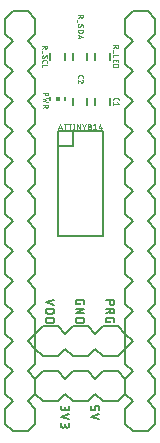
<source format=gbr>
G04 EAGLE Gerber RS-274X export*
G75*
%MOMM*%
%FSLAX34Y34*%
%LPD*%
%INSilkscreen Top*%
%IPPOS*%
%AMOC8*
5,1,8,0,0,1.08239X$1,22.5*%
G01*
%ADD10C,0.127000*%
%ADD11C,0.050800*%
%ADD12C,0.203200*%
%ADD13C,0.152400*%
%ADD14C,0.076200*%
%ADD15R,0.150000X0.300000*%
%ADD16R,0.300000X0.300000*%


D10*
X72771Y21590D02*
X72771Y19304D01*
X72773Y19227D01*
X72779Y19150D01*
X72789Y19073D01*
X72802Y18997D01*
X72820Y18922D01*
X72841Y18848D01*
X72866Y18775D01*
X72895Y18703D01*
X72927Y18633D01*
X72962Y18564D01*
X73002Y18498D01*
X73044Y18433D01*
X73090Y18371D01*
X73139Y18311D01*
X73190Y18254D01*
X73245Y18199D01*
X73302Y18148D01*
X73362Y18099D01*
X73424Y18053D01*
X73489Y18011D01*
X73555Y17971D01*
X73624Y17936D01*
X73694Y17904D01*
X73766Y17875D01*
X73839Y17850D01*
X73913Y17829D01*
X73988Y17811D01*
X74064Y17798D01*
X74141Y17788D01*
X74218Y17782D01*
X74295Y17780D01*
X75057Y17780D01*
X75134Y17782D01*
X75211Y17788D01*
X75288Y17798D01*
X75364Y17811D01*
X75439Y17829D01*
X75513Y17850D01*
X75586Y17875D01*
X75658Y17904D01*
X75728Y17936D01*
X75797Y17971D01*
X75863Y18011D01*
X75928Y18053D01*
X75990Y18099D01*
X76050Y18148D01*
X76107Y18199D01*
X76162Y18254D01*
X76213Y18311D01*
X76262Y18371D01*
X76308Y18433D01*
X76350Y18498D01*
X76390Y18564D01*
X76425Y18633D01*
X76457Y18703D01*
X76486Y18775D01*
X76511Y18848D01*
X76532Y18922D01*
X76550Y18997D01*
X76563Y19073D01*
X76573Y19150D01*
X76579Y19227D01*
X76581Y19304D01*
X76581Y21590D01*
X79629Y21590D01*
X79629Y17780D01*
X79629Y14656D02*
X72771Y12370D01*
X79629Y10084D01*
X47371Y19685D02*
X47371Y21590D01*
X47371Y19685D02*
X47373Y19600D01*
X47379Y19514D01*
X47388Y19429D01*
X47402Y19345D01*
X47419Y19261D01*
X47440Y19178D01*
X47464Y19096D01*
X47492Y19016D01*
X47524Y18936D01*
X47560Y18858D01*
X47598Y18782D01*
X47641Y18708D01*
X47686Y18636D01*
X47735Y18565D01*
X47787Y18497D01*
X47841Y18432D01*
X47899Y18369D01*
X47960Y18308D01*
X48023Y18250D01*
X48088Y18196D01*
X48156Y18144D01*
X48227Y18095D01*
X48299Y18050D01*
X48373Y18007D01*
X48449Y17969D01*
X48527Y17933D01*
X48607Y17901D01*
X48687Y17873D01*
X48769Y17849D01*
X48852Y17828D01*
X48936Y17811D01*
X49020Y17797D01*
X49105Y17788D01*
X49191Y17782D01*
X49276Y17780D01*
X49361Y17782D01*
X49447Y17788D01*
X49532Y17797D01*
X49616Y17811D01*
X49700Y17828D01*
X49783Y17849D01*
X49865Y17873D01*
X49945Y17901D01*
X50025Y17933D01*
X50103Y17969D01*
X50179Y18007D01*
X50253Y18050D01*
X50325Y18095D01*
X50396Y18144D01*
X50464Y18196D01*
X50529Y18250D01*
X50592Y18308D01*
X50653Y18369D01*
X50711Y18432D01*
X50765Y18497D01*
X50817Y18565D01*
X50866Y18636D01*
X50911Y18708D01*
X50954Y18782D01*
X50992Y18858D01*
X51028Y18936D01*
X51060Y19016D01*
X51088Y19096D01*
X51112Y19178D01*
X51133Y19261D01*
X51150Y19345D01*
X51164Y19429D01*
X51173Y19514D01*
X51179Y19600D01*
X51181Y19685D01*
X54229Y19304D02*
X54229Y21590D01*
X54229Y19304D02*
X54227Y19227D01*
X54221Y19150D01*
X54211Y19073D01*
X54198Y18997D01*
X54180Y18922D01*
X54159Y18848D01*
X54134Y18775D01*
X54105Y18703D01*
X54073Y18633D01*
X54038Y18564D01*
X53998Y18498D01*
X53956Y18433D01*
X53910Y18371D01*
X53861Y18311D01*
X53810Y18254D01*
X53755Y18199D01*
X53698Y18148D01*
X53638Y18099D01*
X53576Y18053D01*
X53511Y18011D01*
X53445Y17971D01*
X53376Y17936D01*
X53306Y17904D01*
X53234Y17875D01*
X53161Y17850D01*
X53087Y17829D01*
X53012Y17811D01*
X52936Y17798D01*
X52859Y17788D01*
X52782Y17782D01*
X52705Y17780D01*
X52628Y17782D01*
X52551Y17788D01*
X52474Y17798D01*
X52398Y17811D01*
X52323Y17829D01*
X52249Y17850D01*
X52176Y17875D01*
X52104Y17904D01*
X52034Y17936D01*
X51965Y17971D01*
X51899Y18011D01*
X51834Y18053D01*
X51772Y18099D01*
X51712Y18148D01*
X51655Y18199D01*
X51600Y18254D01*
X51549Y18311D01*
X51500Y18371D01*
X51454Y18433D01*
X51412Y18498D01*
X51372Y18564D01*
X51337Y18633D01*
X51305Y18703D01*
X51276Y18775D01*
X51251Y18848D01*
X51230Y18922D01*
X51212Y18997D01*
X51199Y19073D01*
X51189Y19150D01*
X51183Y19227D01*
X51181Y19304D01*
X51181Y20828D01*
X54229Y14656D02*
X47371Y12370D01*
X54229Y10084D01*
X47371Y6960D02*
X47371Y5055D01*
X47373Y4970D01*
X47379Y4884D01*
X47388Y4799D01*
X47402Y4715D01*
X47419Y4631D01*
X47440Y4548D01*
X47464Y4466D01*
X47492Y4386D01*
X47524Y4306D01*
X47560Y4228D01*
X47598Y4152D01*
X47641Y4078D01*
X47686Y4006D01*
X47735Y3935D01*
X47787Y3867D01*
X47841Y3802D01*
X47899Y3739D01*
X47960Y3678D01*
X48023Y3620D01*
X48088Y3566D01*
X48156Y3514D01*
X48227Y3465D01*
X48299Y3420D01*
X48373Y3377D01*
X48449Y3339D01*
X48527Y3303D01*
X48607Y3271D01*
X48687Y3243D01*
X48769Y3219D01*
X48852Y3198D01*
X48936Y3181D01*
X49020Y3167D01*
X49105Y3158D01*
X49191Y3152D01*
X49276Y3150D01*
X49361Y3152D01*
X49447Y3158D01*
X49532Y3167D01*
X49616Y3181D01*
X49700Y3198D01*
X49783Y3219D01*
X49865Y3243D01*
X49945Y3271D01*
X50025Y3303D01*
X50103Y3339D01*
X50179Y3377D01*
X50253Y3420D01*
X50325Y3465D01*
X50396Y3514D01*
X50464Y3566D01*
X50529Y3620D01*
X50592Y3678D01*
X50653Y3739D01*
X50711Y3802D01*
X50765Y3867D01*
X50817Y3935D01*
X50866Y4006D01*
X50911Y4078D01*
X50954Y4152D01*
X50992Y4228D01*
X51028Y4306D01*
X51060Y4386D01*
X51088Y4466D01*
X51112Y4548D01*
X51133Y4631D01*
X51150Y4715D01*
X51164Y4799D01*
X51173Y4884D01*
X51179Y4970D01*
X51181Y5055D01*
X54229Y4674D02*
X54229Y6960D01*
X54229Y4674D02*
X54227Y4597D01*
X54221Y4520D01*
X54211Y4443D01*
X54198Y4367D01*
X54180Y4292D01*
X54159Y4218D01*
X54134Y4145D01*
X54105Y4073D01*
X54073Y4003D01*
X54038Y3934D01*
X53998Y3868D01*
X53956Y3803D01*
X53910Y3741D01*
X53861Y3681D01*
X53810Y3624D01*
X53755Y3569D01*
X53698Y3518D01*
X53638Y3469D01*
X53576Y3423D01*
X53511Y3381D01*
X53445Y3341D01*
X53376Y3306D01*
X53306Y3274D01*
X53234Y3245D01*
X53161Y3220D01*
X53087Y3199D01*
X53012Y3181D01*
X52936Y3168D01*
X52859Y3158D01*
X52782Y3152D01*
X52705Y3150D01*
X52628Y3152D01*
X52551Y3158D01*
X52474Y3168D01*
X52398Y3181D01*
X52323Y3199D01*
X52249Y3220D01*
X52176Y3245D01*
X52104Y3274D01*
X52034Y3306D01*
X51965Y3341D01*
X51899Y3381D01*
X51834Y3423D01*
X51772Y3469D01*
X51712Y3518D01*
X51655Y3569D01*
X51600Y3624D01*
X51549Y3681D01*
X51500Y3741D01*
X51454Y3803D01*
X51412Y3868D01*
X51372Y3934D01*
X51337Y4003D01*
X51305Y4073D01*
X51276Y4145D01*
X51251Y4218D01*
X51230Y4292D01*
X51212Y4367D01*
X51199Y4443D01*
X51189Y4520D01*
X51183Y4597D01*
X51181Y4674D01*
X51181Y6198D01*
X63881Y107498D02*
X63881Y108641D01*
X63881Y107498D02*
X60071Y107498D01*
X60071Y109784D01*
X60073Y109861D01*
X60079Y109938D01*
X60089Y110015D01*
X60102Y110091D01*
X60120Y110166D01*
X60141Y110240D01*
X60166Y110313D01*
X60195Y110385D01*
X60227Y110455D01*
X60262Y110524D01*
X60302Y110590D01*
X60344Y110655D01*
X60390Y110717D01*
X60439Y110777D01*
X60490Y110834D01*
X60545Y110889D01*
X60602Y110940D01*
X60662Y110989D01*
X60724Y111035D01*
X60789Y111077D01*
X60855Y111117D01*
X60924Y111152D01*
X60994Y111184D01*
X61066Y111213D01*
X61139Y111238D01*
X61213Y111259D01*
X61288Y111277D01*
X61364Y111290D01*
X61441Y111300D01*
X61518Y111306D01*
X61595Y111308D01*
X65405Y111308D01*
X65482Y111306D01*
X65559Y111300D01*
X65636Y111290D01*
X65712Y111277D01*
X65787Y111259D01*
X65861Y111238D01*
X65934Y111213D01*
X66006Y111184D01*
X66076Y111152D01*
X66145Y111117D01*
X66211Y111077D01*
X66276Y111035D01*
X66338Y110989D01*
X66398Y110940D01*
X66455Y110889D01*
X66510Y110834D01*
X66561Y110777D01*
X66610Y110717D01*
X66656Y110655D01*
X66698Y110590D01*
X66738Y110524D01*
X66773Y110455D01*
X66805Y110385D01*
X66834Y110313D01*
X66859Y110240D01*
X66880Y110166D01*
X66898Y110091D01*
X66911Y110015D01*
X66921Y109938D01*
X66927Y109861D01*
X66929Y109784D01*
X66929Y107498D01*
X66929Y103505D02*
X60071Y103505D01*
X60071Y99695D02*
X66929Y103505D01*
X66929Y99695D02*
X60071Y99695D01*
X60071Y95702D02*
X66929Y95702D01*
X66929Y93797D01*
X66927Y93712D01*
X66921Y93626D01*
X66912Y93541D01*
X66898Y93457D01*
X66881Y93373D01*
X66860Y93290D01*
X66836Y93208D01*
X66808Y93128D01*
X66776Y93048D01*
X66740Y92970D01*
X66702Y92894D01*
X66659Y92820D01*
X66614Y92748D01*
X66565Y92677D01*
X66513Y92609D01*
X66459Y92544D01*
X66401Y92481D01*
X66340Y92420D01*
X66277Y92362D01*
X66212Y92308D01*
X66144Y92256D01*
X66073Y92207D01*
X66001Y92162D01*
X65927Y92119D01*
X65851Y92081D01*
X65773Y92045D01*
X65693Y92013D01*
X65613Y91985D01*
X65531Y91961D01*
X65448Y91940D01*
X65364Y91923D01*
X65280Y91909D01*
X65195Y91900D01*
X65109Y91894D01*
X65024Y91892D01*
X61976Y91892D01*
X61891Y91894D01*
X61805Y91900D01*
X61720Y91909D01*
X61636Y91923D01*
X61552Y91940D01*
X61469Y91961D01*
X61387Y91985D01*
X61307Y92013D01*
X61227Y92045D01*
X61149Y92081D01*
X61073Y92119D01*
X60999Y92162D01*
X60927Y92207D01*
X60856Y92256D01*
X60788Y92308D01*
X60723Y92362D01*
X60660Y92420D01*
X60599Y92481D01*
X60541Y92544D01*
X60487Y92609D01*
X60435Y92677D01*
X60386Y92748D01*
X60341Y92820D01*
X60298Y92894D01*
X60260Y92970D01*
X60224Y93048D01*
X60192Y93128D01*
X60164Y93208D01*
X60140Y93290D01*
X60119Y93373D01*
X60102Y93457D01*
X60088Y93541D01*
X60079Y93626D01*
X60073Y93712D01*
X60071Y93797D01*
X60071Y95702D01*
X41529Y111376D02*
X34671Y109090D01*
X41529Y106804D01*
X41529Y103436D02*
X34671Y103436D01*
X41529Y103436D02*
X41529Y101531D01*
X41527Y101446D01*
X41521Y101360D01*
X41512Y101275D01*
X41498Y101191D01*
X41481Y101107D01*
X41460Y101024D01*
X41436Y100942D01*
X41408Y100862D01*
X41376Y100782D01*
X41340Y100704D01*
X41302Y100628D01*
X41259Y100554D01*
X41214Y100482D01*
X41165Y100411D01*
X41113Y100343D01*
X41059Y100278D01*
X41001Y100215D01*
X40940Y100154D01*
X40877Y100096D01*
X40812Y100042D01*
X40744Y99990D01*
X40673Y99941D01*
X40601Y99896D01*
X40527Y99853D01*
X40451Y99815D01*
X40373Y99779D01*
X40293Y99747D01*
X40213Y99719D01*
X40131Y99695D01*
X40048Y99674D01*
X39964Y99657D01*
X39880Y99643D01*
X39795Y99634D01*
X39709Y99628D01*
X39624Y99626D01*
X36576Y99626D01*
X36491Y99628D01*
X36405Y99634D01*
X36320Y99643D01*
X36236Y99657D01*
X36152Y99674D01*
X36069Y99695D01*
X35987Y99719D01*
X35907Y99747D01*
X35827Y99779D01*
X35749Y99815D01*
X35673Y99853D01*
X35599Y99896D01*
X35527Y99941D01*
X35456Y99990D01*
X35388Y100042D01*
X35323Y100096D01*
X35260Y100154D01*
X35199Y100215D01*
X35141Y100278D01*
X35087Y100343D01*
X35035Y100411D01*
X34986Y100482D01*
X34941Y100554D01*
X34898Y100628D01*
X34860Y100704D01*
X34824Y100782D01*
X34792Y100862D01*
X34764Y100942D01*
X34740Y101024D01*
X34719Y101107D01*
X34702Y101191D01*
X34688Y101275D01*
X34679Y101360D01*
X34673Y101446D01*
X34671Y101531D01*
X34671Y103436D01*
X34671Y95634D02*
X41529Y95634D01*
X41529Y93729D01*
X41527Y93644D01*
X41521Y93558D01*
X41512Y93473D01*
X41498Y93389D01*
X41481Y93305D01*
X41460Y93222D01*
X41436Y93140D01*
X41408Y93060D01*
X41376Y92980D01*
X41340Y92902D01*
X41302Y92826D01*
X41259Y92752D01*
X41214Y92680D01*
X41165Y92609D01*
X41113Y92541D01*
X41059Y92476D01*
X41001Y92413D01*
X40940Y92352D01*
X40877Y92294D01*
X40812Y92240D01*
X40744Y92188D01*
X40673Y92139D01*
X40601Y92094D01*
X40527Y92051D01*
X40451Y92013D01*
X40373Y91977D01*
X40293Y91945D01*
X40213Y91917D01*
X40131Y91893D01*
X40048Y91872D01*
X39964Y91855D01*
X39880Y91841D01*
X39795Y91832D01*
X39709Y91826D01*
X39624Y91824D01*
X36576Y91824D01*
X36491Y91826D01*
X36405Y91832D01*
X36320Y91841D01*
X36236Y91855D01*
X36152Y91872D01*
X36069Y91893D01*
X35987Y91917D01*
X35907Y91945D01*
X35827Y91977D01*
X35749Y92013D01*
X35673Y92051D01*
X35599Y92094D01*
X35527Y92139D01*
X35456Y92188D01*
X35388Y92240D01*
X35323Y92294D01*
X35260Y92352D01*
X35199Y92413D01*
X35141Y92476D01*
X35087Y92541D01*
X35035Y92609D01*
X34986Y92680D01*
X34941Y92752D01*
X34898Y92826D01*
X34860Y92902D01*
X34824Y92980D01*
X34792Y93060D01*
X34764Y93140D01*
X34740Y93222D01*
X34719Y93305D01*
X34702Y93389D01*
X34688Y93473D01*
X34679Y93558D01*
X34673Y93644D01*
X34671Y93729D01*
X34671Y95634D01*
X85471Y110862D02*
X92329Y110862D01*
X92329Y108957D01*
X92327Y108872D01*
X92321Y108786D01*
X92312Y108701D01*
X92298Y108617D01*
X92281Y108533D01*
X92260Y108450D01*
X92236Y108368D01*
X92208Y108288D01*
X92176Y108208D01*
X92140Y108130D01*
X92102Y108054D01*
X92059Y107980D01*
X92014Y107908D01*
X91965Y107837D01*
X91913Y107769D01*
X91859Y107704D01*
X91801Y107641D01*
X91740Y107580D01*
X91677Y107522D01*
X91612Y107468D01*
X91544Y107416D01*
X91473Y107367D01*
X91401Y107322D01*
X91327Y107279D01*
X91251Y107241D01*
X91173Y107205D01*
X91093Y107173D01*
X91013Y107145D01*
X90931Y107121D01*
X90848Y107100D01*
X90764Y107083D01*
X90680Y107069D01*
X90595Y107060D01*
X90509Y107054D01*
X90424Y107052D01*
X90339Y107054D01*
X90253Y107060D01*
X90168Y107069D01*
X90084Y107083D01*
X90000Y107100D01*
X89917Y107121D01*
X89835Y107145D01*
X89755Y107173D01*
X89675Y107205D01*
X89597Y107241D01*
X89521Y107279D01*
X89447Y107322D01*
X89375Y107367D01*
X89304Y107416D01*
X89236Y107468D01*
X89171Y107522D01*
X89108Y107580D01*
X89047Y107641D01*
X88989Y107704D01*
X88935Y107769D01*
X88883Y107837D01*
X88834Y107908D01*
X88789Y107980D01*
X88746Y108054D01*
X88708Y108130D01*
X88672Y108208D01*
X88640Y108288D01*
X88612Y108368D01*
X88588Y108450D01*
X88567Y108533D01*
X88550Y108617D01*
X88536Y108701D01*
X88527Y108786D01*
X88521Y108872D01*
X88519Y108957D01*
X88519Y110862D01*
X85471Y103637D02*
X92329Y103637D01*
X92329Y101732D01*
X92327Y101647D01*
X92321Y101561D01*
X92312Y101476D01*
X92298Y101392D01*
X92281Y101308D01*
X92260Y101225D01*
X92236Y101143D01*
X92208Y101063D01*
X92176Y100983D01*
X92140Y100905D01*
X92102Y100829D01*
X92059Y100755D01*
X92014Y100683D01*
X91965Y100612D01*
X91913Y100544D01*
X91859Y100479D01*
X91801Y100416D01*
X91740Y100355D01*
X91677Y100297D01*
X91612Y100243D01*
X91544Y100191D01*
X91473Y100142D01*
X91401Y100097D01*
X91327Y100054D01*
X91251Y100016D01*
X91173Y99980D01*
X91093Y99948D01*
X91013Y99920D01*
X90931Y99896D01*
X90848Y99875D01*
X90764Y99858D01*
X90680Y99844D01*
X90595Y99835D01*
X90509Y99829D01*
X90424Y99827D01*
X90339Y99829D01*
X90253Y99835D01*
X90168Y99844D01*
X90084Y99858D01*
X90000Y99875D01*
X89917Y99896D01*
X89835Y99920D01*
X89755Y99948D01*
X89675Y99980D01*
X89597Y100016D01*
X89521Y100054D01*
X89447Y100097D01*
X89375Y100142D01*
X89304Y100191D01*
X89236Y100243D01*
X89171Y100297D01*
X89108Y100355D01*
X89047Y100416D01*
X88989Y100479D01*
X88935Y100544D01*
X88883Y100612D01*
X88834Y100683D01*
X88789Y100755D01*
X88746Y100829D01*
X88708Y100905D01*
X88672Y100983D01*
X88640Y101063D01*
X88612Y101143D01*
X88588Y101225D01*
X88567Y101308D01*
X88550Y101392D01*
X88536Y101476D01*
X88527Y101561D01*
X88521Y101647D01*
X88519Y101732D01*
X88519Y103637D01*
X88519Y101351D02*
X85471Y99827D01*
X89281Y93481D02*
X89281Y92338D01*
X85471Y92338D01*
X85471Y94624D01*
X85473Y94701D01*
X85479Y94778D01*
X85489Y94855D01*
X85502Y94931D01*
X85520Y95006D01*
X85541Y95080D01*
X85566Y95153D01*
X85595Y95225D01*
X85627Y95295D01*
X85662Y95364D01*
X85702Y95430D01*
X85744Y95495D01*
X85790Y95557D01*
X85839Y95617D01*
X85890Y95674D01*
X85945Y95729D01*
X86002Y95780D01*
X86062Y95829D01*
X86124Y95875D01*
X86189Y95917D01*
X86255Y95957D01*
X86324Y95992D01*
X86394Y96024D01*
X86466Y96053D01*
X86539Y96078D01*
X86613Y96099D01*
X86688Y96117D01*
X86764Y96130D01*
X86841Y96140D01*
X86918Y96146D01*
X86995Y96148D01*
X90805Y96148D01*
X90882Y96146D01*
X90959Y96140D01*
X91036Y96130D01*
X91112Y96117D01*
X91187Y96099D01*
X91261Y96078D01*
X91334Y96053D01*
X91406Y96024D01*
X91476Y95992D01*
X91545Y95957D01*
X91611Y95917D01*
X91676Y95875D01*
X91738Y95829D01*
X91798Y95780D01*
X91855Y95729D01*
X91910Y95674D01*
X91961Y95617D01*
X92010Y95557D01*
X92056Y95495D01*
X92098Y95430D01*
X92138Y95364D01*
X92173Y95295D01*
X92205Y95225D01*
X92234Y95153D01*
X92259Y95080D01*
X92280Y95006D01*
X92298Y94931D01*
X92311Y94855D01*
X92321Y94778D01*
X92327Y94701D01*
X92329Y94624D01*
X92329Y92338D01*
X57150Y254000D02*
X44450Y254000D01*
X57150Y254000D02*
X82550Y254000D01*
X82550Y165100D01*
X44450Y165100D01*
X44450Y241300D01*
X44450Y254000D01*
X44450Y241300D02*
X57150Y241300D01*
X57150Y254000D01*
D11*
X45187Y255524D02*
X46711Y260096D01*
X48235Y255524D01*
X47854Y256667D02*
X45568Y256667D01*
X50978Y255524D02*
X50978Y260096D01*
X49708Y260096D02*
X52248Y260096D01*
X54940Y260096D02*
X54940Y255524D01*
X53670Y260096D02*
X56210Y260096D01*
X58293Y260096D02*
X58293Y255524D01*
X57785Y255524D02*
X58801Y255524D01*
X58801Y260096D02*
X57785Y260096D01*
X60833Y260096D02*
X60833Y255524D01*
X63373Y255524D02*
X60833Y260096D01*
X63373Y260096D02*
X63373Y255524D01*
X66827Y257937D02*
X65303Y260096D01*
X66827Y257937D02*
X68351Y260096D01*
X66827Y257937D02*
X66827Y255524D01*
X70129Y256794D02*
X70131Y256864D01*
X70137Y256934D01*
X70146Y257003D01*
X70160Y257072D01*
X70177Y257140D01*
X70198Y257206D01*
X70222Y257272D01*
X70250Y257336D01*
X70282Y257398D01*
X70317Y257459D01*
X70355Y257518D01*
X70397Y257574D01*
X70441Y257628D01*
X70489Y257680D01*
X70539Y257728D01*
X70592Y257774D01*
X70647Y257817D01*
X70704Y257857D01*
X70764Y257894D01*
X70826Y257927D01*
X70889Y257957D01*
X70954Y257983D01*
X71020Y258006D01*
X71087Y258025D01*
X71156Y258040D01*
X71225Y258052D01*
X71294Y258060D01*
X71364Y258064D01*
X71434Y258064D01*
X71504Y258060D01*
X71573Y258052D01*
X71642Y258040D01*
X71711Y258025D01*
X71778Y258006D01*
X71844Y257983D01*
X71909Y257957D01*
X71972Y257927D01*
X72034Y257894D01*
X72094Y257857D01*
X72151Y257817D01*
X72206Y257774D01*
X72259Y257728D01*
X72309Y257680D01*
X72357Y257628D01*
X72401Y257574D01*
X72443Y257518D01*
X72481Y257459D01*
X72516Y257398D01*
X72548Y257336D01*
X72576Y257272D01*
X72600Y257206D01*
X72621Y257140D01*
X72638Y257072D01*
X72652Y257003D01*
X72661Y256934D01*
X72667Y256864D01*
X72669Y256794D01*
X72667Y256724D01*
X72661Y256654D01*
X72652Y256585D01*
X72638Y256516D01*
X72621Y256448D01*
X72600Y256382D01*
X72576Y256316D01*
X72548Y256252D01*
X72516Y256190D01*
X72481Y256129D01*
X72443Y256070D01*
X72401Y256014D01*
X72357Y255960D01*
X72309Y255908D01*
X72259Y255860D01*
X72206Y255814D01*
X72151Y255771D01*
X72094Y255731D01*
X72034Y255694D01*
X71972Y255661D01*
X71909Y255631D01*
X71844Y255605D01*
X71778Y255582D01*
X71711Y255563D01*
X71642Y255548D01*
X71573Y255536D01*
X71504Y255528D01*
X71434Y255524D01*
X71364Y255524D01*
X71294Y255528D01*
X71225Y255536D01*
X71156Y255548D01*
X71087Y255563D01*
X71020Y255582D01*
X70954Y255605D01*
X70889Y255631D01*
X70826Y255661D01*
X70764Y255694D01*
X70704Y255731D01*
X70647Y255771D01*
X70592Y255814D01*
X70539Y255860D01*
X70489Y255908D01*
X70441Y255960D01*
X70397Y256014D01*
X70355Y256070D01*
X70317Y256129D01*
X70282Y256190D01*
X70250Y256252D01*
X70222Y256316D01*
X70198Y256382D01*
X70177Y256448D01*
X70160Y256516D01*
X70146Y256585D01*
X70137Y256654D01*
X70131Y256724D01*
X70129Y256794D01*
X70383Y259080D02*
X70385Y259143D01*
X70391Y259205D01*
X70400Y259267D01*
X70414Y259328D01*
X70431Y259388D01*
X70452Y259447D01*
X70476Y259505D01*
X70504Y259561D01*
X70535Y259615D01*
X70570Y259667D01*
X70607Y259717D01*
X70648Y259764D01*
X70692Y259809D01*
X70738Y259852D01*
X70787Y259891D01*
X70838Y259927D01*
X70891Y259960D01*
X70946Y259989D01*
X71003Y260016D01*
X71061Y260038D01*
X71121Y260057D01*
X71182Y260072D01*
X71243Y260084D01*
X71305Y260092D01*
X71368Y260096D01*
X71430Y260096D01*
X71493Y260092D01*
X71555Y260084D01*
X71616Y260072D01*
X71677Y260057D01*
X71737Y260038D01*
X71795Y260016D01*
X71852Y259989D01*
X71907Y259960D01*
X71960Y259927D01*
X72011Y259891D01*
X72060Y259852D01*
X72106Y259809D01*
X72150Y259764D01*
X72191Y259717D01*
X72228Y259667D01*
X72263Y259615D01*
X72294Y259561D01*
X72322Y259505D01*
X72346Y259447D01*
X72367Y259388D01*
X72384Y259328D01*
X72398Y259267D01*
X72407Y259205D01*
X72413Y259143D01*
X72415Y259080D01*
X72413Y259017D01*
X72407Y258955D01*
X72398Y258893D01*
X72384Y258832D01*
X72367Y258772D01*
X72346Y258713D01*
X72322Y258655D01*
X72294Y258599D01*
X72263Y258545D01*
X72228Y258493D01*
X72191Y258443D01*
X72150Y258396D01*
X72106Y258351D01*
X72060Y258308D01*
X72011Y258269D01*
X71960Y258233D01*
X71907Y258200D01*
X71852Y258171D01*
X71795Y258144D01*
X71737Y258122D01*
X71677Y258103D01*
X71616Y258088D01*
X71555Y258076D01*
X71493Y258068D01*
X71430Y258064D01*
X71368Y258064D01*
X71305Y258068D01*
X71243Y258076D01*
X71182Y258088D01*
X71121Y258103D01*
X71061Y258122D01*
X71003Y258144D01*
X70946Y258171D01*
X70891Y258200D01*
X70838Y258233D01*
X70787Y258269D01*
X70738Y258308D01*
X70692Y258351D01*
X70648Y258396D01*
X70607Y258443D01*
X70570Y258493D01*
X70535Y258545D01*
X70504Y258599D01*
X70476Y258655D01*
X70452Y258713D01*
X70431Y258772D01*
X70414Y258832D01*
X70400Y258893D01*
X70391Y258955D01*
X70385Y259017D01*
X70383Y259080D01*
X74701Y259080D02*
X75971Y260096D01*
X75971Y255524D01*
X74701Y255524D02*
X77241Y255524D01*
X79273Y256540D02*
X80289Y260096D01*
X79273Y256540D02*
X81813Y256540D01*
X81051Y257556D02*
X81051Y255524D01*
D12*
X127000Y196850D02*
X127000Y184150D01*
X120650Y177800D01*
X107950Y177800D02*
X101600Y184150D01*
X127000Y222250D02*
X120650Y228600D01*
X127000Y222250D02*
X127000Y209550D01*
X120650Y203200D01*
X107950Y203200D02*
X101600Y209550D01*
X101600Y222250D01*
X107950Y228600D01*
X120650Y203200D02*
X127000Y196850D01*
X107950Y203200D02*
X101600Y196850D01*
X101600Y184150D01*
X127000Y260350D02*
X127000Y273050D01*
X127000Y260350D02*
X120650Y254000D01*
X107950Y254000D02*
X101600Y260350D01*
X120650Y254000D02*
X127000Y247650D01*
X127000Y234950D01*
X120650Y228600D01*
X107950Y228600D02*
X101600Y234950D01*
X101600Y247650D01*
X107950Y254000D01*
X127000Y298450D02*
X120650Y304800D01*
X127000Y298450D02*
X127000Y285750D01*
X120650Y279400D01*
X107950Y279400D02*
X101600Y285750D01*
X101600Y298450D01*
X107950Y304800D01*
X120650Y279400D02*
X127000Y273050D01*
X107950Y279400D02*
X101600Y273050D01*
X101600Y260350D01*
X127000Y336550D02*
X127000Y349250D01*
X127000Y336550D02*
X120650Y330200D01*
X107950Y330200D02*
X101600Y336550D01*
X120650Y330200D02*
X127000Y323850D01*
X127000Y311150D01*
X120650Y304800D01*
X107950Y304800D02*
X101600Y311150D01*
X101600Y323850D01*
X107950Y330200D01*
X107950Y355600D02*
X120650Y355600D01*
X127000Y349250D01*
X107950Y355600D02*
X101600Y349250D01*
X101600Y336550D01*
X127000Y19050D02*
X127000Y6350D01*
X120650Y0D01*
X107950Y0D02*
X101600Y6350D01*
X127000Y44450D02*
X120650Y50800D01*
X127000Y44450D02*
X127000Y31750D01*
X120650Y25400D01*
X107950Y25400D02*
X101600Y31750D01*
X101600Y44450D01*
X107950Y50800D01*
X120650Y25400D02*
X127000Y19050D01*
X107950Y25400D02*
X101600Y19050D01*
X101600Y6350D01*
X127000Y82550D02*
X127000Y95250D01*
X127000Y82550D02*
X120650Y76200D01*
X107950Y76200D02*
X101600Y82550D01*
X120650Y76200D02*
X127000Y69850D01*
X127000Y57150D01*
X120650Y50800D01*
X107950Y50800D02*
X101600Y57150D01*
X101600Y69850D01*
X107950Y76200D01*
X127000Y120650D02*
X120650Y127000D01*
X127000Y120650D02*
X127000Y107950D01*
X120650Y101600D01*
X107950Y101600D02*
X101600Y107950D01*
X101600Y120650D01*
X107950Y127000D01*
X120650Y101600D02*
X127000Y95250D01*
X107950Y101600D02*
X101600Y95250D01*
X101600Y82550D01*
X127000Y158750D02*
X127000Y171450D01*
X127000Y158750D02*
X120650Y152400D01*
X107950Y152400D02*
X101600Y158750D01*
X120650Y152400D02*
X127000Y146050D01*
X127000Y133350D01*
X120650Y127000D01*
X107950Y127000D02*
X101600Y133350D01*
X101600Y146050D01*
X107950Y152400D01*
X127000Y171450D02*
X120650Y177800D01*
X107950Y177800D02*
X101600Y171450D01*
X101600Y158750D01*
X107950Y0D02*
X120650Y0D01*
D13*
X88550Y276400D02*
X88550Y282400D01*
X76550Y282400D02*
X76550Y276400D01*
D14*
X91821Y280277D02*
X91821Y281237D01*
X91823Y281297D01*
X91829Y281357D01*
X91838Y281417D01*
X91851Y281476D01*
X91868Y281534D01*
X91888Y281590D01*
X91912Y281646D01*
X91940Y281699D01*
X91970Y281751D01*
X92004Y281801D01*
X92041Y281849D01*
X92081Y281894D01*
X92124Y281937D01*
X92169Y281977D01*
X92217Y282014D01*
X92267Y282048D01*
X92319Y282078D01*
X92372Y282106D01*
X92428Y282130D01*
X92484Y282150D01*
X92542Y282167D01*
X92601Y282180D01*
X92661Y282189D01*
X92721Y282195D01*
X92781Y282197D01*
X92781Y282196D02*
X95179Y282196D01*
X95179Y282197D02*
X95239Y282195D01*
X95299Y282189D01*
X95359Y282180D01*
X95418Y282167D01*
X95476Y282150D01*
X95532Y282130D01*
X95588Y282106D01*
X95641Y282078D01*
X95693Y282048D01*
X95743Y282014D01*
X95791Y281977D01*
X95836Y281937D01*
X95879Y281894D01*
X95919Y281849D01*
X95956Y281801D01*
X95990Y281751D01*
X96020Y281700D01*
X96048Y281646D01*
X96072Y281590D01*
X96092Y281534D01*
X96109Y281476D01*
X96122Y281417D01*
X96131Y281357D01*
X96137Y281297D01*
X96139Y281237D01*
X96139Y280277D01*
X95179Y278367D02*
X96139Y277168D01*
X91821Y277168D01*
X91821Y278367D02*
X91821Y275969D01*
D13*
X69500Y276400D02*
X69500Y282400D01*
X57500Y282400D02*
X57500Y276400D01*
D14*
X61659Y299327D02*
X61659Y300287D01*
X61658Y300287D02*
X61660Y300347D01*
X61666Y300407D01*
X61675Y300467D01*
X61688Y300526D01*
X61705Y300584D01*
X61725Y300640D01*
X61749Y300696D01*
X61777Y300749D01*
X61807Y300801D01*
X61841Y300851D01*
X61878Y300899D01*
X61918Y300944D01*
X61961Y300987D01*
X62006Y301027D01*
X62054Y301064D01*
X62104Y301098D01*
X62156Y301128D01*
X62209Y301156D01*
X62265Y301180D01*
X62321Y301200D01*
X62379Y301217D01*
X62438Y301230D01*
X62498Y301239D01*
X62558Y301245D01*
X62618Y301247D01*
X62618Y301246D02*
X65017Y301246D01*
X65017Y301247D02*
X65077Y301245D01*
X65137Y301239D01*
X65197Y301230D01*
X65256Y301217D01*
X65314Y301200D01*
X65370Y301180D01*
X65426Y301156D01*
X65479Y301128D01*
X65531Y301098D01*
X65581Y301064D01*
X65629Y301027D01*
X65674Y300987D01*
X65717Y300944D01*
X65757Y300899D01*
X65794Y300851D01*
X65828Y300801D01*
X65858Y300750D01*
X65886Y300696D01*
X65910Y300640D01*
X65930Y300584D01*
X65947Y300526D01*
X65960Y300467D01*
X65969Y300407D01*
X65975Y300347D01*
X65977Y300287D01*
X65977Y299327D01*
X65977Y296098D02*
X65975Y296035D01*
X65970Y295973D01*
X65961Y295910D01*
X65948Y295849D01*
X65932Y295788D01*
X65912Y295729D01*
X65889Y295670D01*
X65862Y295613D01*
X65832Y295558D01*
X65799Y295505D01*
X65763Y295453D01*
X65724Y295404D01*
X65683Y295357D01*
X65638Y295312D01*
X65591Y295271D01*
X65542Y295232D01*
X65490Y295196D01*
X65437Y295163D01*
X65382Y295133D01*
X65325Y295106D01*
X65266Y295083D01*
X65207Y295063D01*
X65146Y295047D01*
X65085Y295034D01*
X65022Y295025D01*
X64960Y295020D01*
X64897Y295018D01*
X65977Y296098D02*
X65975Y296171D01*
X65969Y296243D01*
X65960Y296315D01*
X65947Y296387D01*
X65930Y296457D01*
X65909Y296527D01*
X65885Y296595D01*
X65857Y296663D01*
X65826Y296728D01*
X65791Y296792D01*
X65753Y296854D01*
X65712Y296914D01*
X65667Y296971D01*
X65620Y297027D01*
X65570Y297079D01*
X65517Y297129D01*
X65462Y297176D01*
X65404Y297221D01*
X65345Y297262D01*
X65283Y297300D01*
X65219Y297334D01*
X65153Y297366D01*
X65086Y297393D01*
X65017Y297418D01*
X64058Y295379D02*
X64105Y295332D01*
X64156Y295287D01*
X64208Y295246D01*
X64263Y295208D01*
X64321Y295173D01*
X64380Y295141D01*
X64440Y295113D01*
X64503Y295088D01*
X64566Y295067D01*
X64631Y295050D01*
X64697Y295036D01*
X64763Y295027D01*
X64830Y295021D01*
X64897Y295019D01*
X64057Y295378D02*
X61659Y297417D01*
X61659Y295019D01*
D15*
X38450Y280900D03*
X50450Y280900D03*
D16*
X44450Y280900D03*
D14*
X36132Y286706D02*
X31814Y286706D01*
X36132Y286706D02*
X36132Y285507D01*
X36131Y285507D02*
X36129Y285439D01*
X36123Y285370D01*
X36113Y285303D01*
X36100Y285235D01*
X36082Y285169D01*
X36061Y285104D01*
X36036Y285040D01*
X36008Y284978D01*
X35976Y284917D01*
X35941Y284859D01*
X35902Y284802D01*
X35860Y284748D01*
X35815Y284696D01*
X35768Y284647D01*
X35717Y284601D01*
X35664Y284558D01*
X35609Y284517D01*
X35551Y284480D01*
X35492Y284447D01*
X35430Y284416D01*
X35367Y284390D01*
X35303Y284367D01*
X35237Y284347D01*
X35170Y284332D01*
X35103Y284320D01*
X35035Y284312D01*
X34966Y284308D01*
X34898Y284308D01*
X34829Y284312D01*
X34761Y284320D01*
X34694Y284332D01*
X34627Y284347D01*
X34561Y284367D01*
X34497Y284390D01*
X34434Y284416D01*
X34372Y284447D01*
X34313Y284480D01*
X34255Y284517D01*
X34200Y284558D01*
X34147Y284601D01*
X34096Y284647D01*
X34049Y284696D01*
X34004Y284748D01*
X33962Y284802D01*
X33923Y284859D01*
X33888Y284917D01*
X33856Y284978D01*
X33828Y285040D01*
X33803Y285104D01*
X33782Y285169D01*
X33764Y285235D01*
X33751Y285303D01*
X33741Y285370D01*
X33735Y285439D01*
X33733Y285507D01*
X33733Y286706D01*
X36132Y282494D02*
X31814Y281534D01*
X34692Y280575D01*
X31814Y279615D01*
X36132Y278656D01*
X36132Y276398D02*
X31814Y276398D01*
X36132Y276398D02*
X36132Y275198D01*
X36131Y275198D02*
X36129Y275130D01*
X36123Y275061D01*
X36113Y274994D01*
X36100Y274926D01*
X36082Y274860D01*
X36061Y274795D01*
X36036Y274731D01*
X36008Y274669D01*
X35976Y274608D01*
X35941Y274550D01*
X35902Y274493D01*
X35860Y274439D01*
X35815Y274387D01*
X35768Y274338D01*
X35717Y274292D01*
X35664Y274249D01*
X35609Y274208D01*
X35551Y274171D01*
X35492Y274138D01*
X35430Y274107D01*
X35367Y274081D01*
X35303Y274058D01*
X35237Y274038D01*
X35170Y274023D01*
X35103Y274011D01*
X35035Y274003D01*
X34966Y273999D01*
X34898Y273999D01*
X34829Y274003D01*
X34761Y274011D01*
X34694Y274023D01*
X34627Y274038D01*
X34561Y274058D01*
X34497Y274081D01*
X34434Y274107D01*
X34372Y274138D01*
X34313Y274171D01*
X34255Y274208D01*
X34200Y274249D01*
X34147Y274292D01*
X34096Y274338D01*
X34049Y274387D01*
X34004Y274439D01*
X33962Y274493D01*
X33923Y274550D01*
X33888Y274608D01*
X33856Y274669D01*
X33828Y274731D01*
X33803Y274795D01*
X33782Y274860D01*
X33764Y274926D01*
X33751Y274994D01*
X33741Y275061D01*
X33735Y275130D01*
X33733Y275198D01*
X33733Y276398D01*
X33733Y274959D02*
X31814Y273999D01*
D13*
X88550Y314500D02*
X88550Y320500D01*
X76550Y320500D02*
X76550Y314500D01*
D14*
X91504Y326832D02*
X95822Y326832D01*
X95822Y325632D01*
X95821Y325632D02*
X95819Y325564D01*
X95813Y325495D01*
X95803Y325428D01*
X95790Y325360D01*
X95772Y325294D01*
X95751Y325229D01*
X95726Y325165D01*
X95698Y325103D01*
X95666Y325042D01*
X95631Y324984D01*
X95592Y324927D01*
X95550Y324873D01*
X95505Y324821D01*
X95458Y324772D01*
X95407Y324726D01*
X95354Y324683D01*
X95299Y324642D01*
X95241Y324605D01*
X95182Y324572D01*
X95120Y324541D01*
X95057Y324515D01*
X94993Y324492D01*
X94927Y324472D01*
X94860Y324457D01*
X94793Y324445D01*
X94725Y324437D01*
X94656Y324433D01*
X94588Y324433D01*
X94519Y324437D01*
X94451Y324445D01*
X94384Y324457D01*
X94317Y324472D01*
X94251Y324492D01*
X94187Y324515D01*
X94124Y324541D01*
X94062Y324572D01*
X94003Y324605D01*
X93945Y324642D01*
X93890Y324683D01*
X93837Y324726D01*
X93786Y324772D01*
X93739Y324821D01*
X93694Y324873D01*
X93652Y324927D01*
X93613Y324984D01*
X93578Y325042D01*
X93546Y325103D01*
X93518Y325165D01*
X93493Y325229D01*
X93472Y325294D01*
X93454Y325360D01*
X93441Y325428D01*
X93431Y325495D01*
X93425Y325564D01*
X93423Y325632D01*
X93423Y326832D01*
X93423Y325392D02*
X91504Y324433D01*
X91024Y322519D02*
X91024Y320600D01*
X91504Y318479D02*
X95822Y318479D01*
X91504Y318479D02*
X91504Y316560D01*
X91504Y314517D02*
X91504Y312598D01*
X91504Y314517D02*
X95822Y314517D01*
X95822Y312598D01*
X93902Y313077D02*
X93902Y314517D01*
X95822Y310567D02*
X91504Y310567D01*
X95822Y310567D02*
X95822Y309368D01*
X95821Y309368D02*
X95819Y309301D01*
X95813Y309234D01*
X95804Y309167D01*
X95791Y309101D01*
X95774Y309036D01*
X95754Y308972D01*
X95730Y308909D01*
X95702Y308848D01*
X95671Y308788D01*
X95637Y308730D01*
X95600Y308674D01*
X95559Y308620D01*
X95516Y308569D01*
X95470Y308520D01*
X95421Y308474D01*
X95370Y308431D01*
X95316Y308390D01*
X95260Y308353D01*
X95202Y308319D01*
X95142Y308288D01*
X95081Y308260D01*
X95018Y308236D01*
X94954Y308216D01*
X94889Y308199D01*
X94823Y308186D01*
X94756Y308177D01*
X94689Y308171D01*
X94622Y308169D01*
X94622Y308168D02*
X92703Y308168D01*
X92703Y308169D02*
X92636Y308171D01*
X92569Y308177D01*
X92502Y308186D01*
X92436Y308199D01*
X92371Y308216D01*
X92307Y308236D01*
X92244Y308260D01*
X92183Y308288D01*
X92123Y308319D01*
X92065Y308353D01*
X92009Y308390D01*
X91955Y308431D01*
X91904Y308474D01*
X91855Y308520D01*
X91809Y308569D01*
X91766Y308620D01*
X91725Y308674D01*
X91688Y308730D01*
X91654Y308788D01*
X91623Y308848D01*
X91595Y308909D01*
X91571Y308972D01*
X91551Y309036D01*
X91534Y309101D01*
X91521Y309167D01*
X91512Y309234D01*
X91506Y309301D01*
X91504Y309368D01*
X91504Y310567D01*
D12*
X25400Y196850D02*
X25400Y184150D01*
X19050Y177800D01*
X6350Y177800D02*
X0Y184150D01*
X25400Y222250D02*
X19050Y228600D01*
X25400Y222250D02*
X25400Y209550D01*
X19050Y203200D01*
X6350Y203200D02*
X0Y209550D01*
X0Y222250D01*
X6350Y228600D01*
X19050Y203200D02*
X25400Y196850D01*
X6350Y203200D02*
X0Y196850D01*
X0Y184150D01*
X25400Y260350D02*
X25400Y273050D01*
X25400Y260350D02*
X19050Y254000D01*
X6350Y254000D02*
X0Y260350D01*
X19050Y254000D02*
X25400Y247650D01*
X25400Y234950D01*
X19050Y228600D01*
X6350Y228600D02*
X0Y234950D01*
X0Y247650D01*
X6350Y254000D01*
X25400Y298450D02*
X19050Y304800D01*
X25400Y298450D02*
X25400Y285750D01*
X19050Y279400D01*
X6350Y279400D02*
X0Y285750D01*
X0Y298450D01*
X6350Y304800D01*
X19050Y279400D02*
X25400Y273050D01*
X6350Y279400D02*
X0Y273050D01*
X0Y260350D01*
X25400Y336550D02*
X25400Y349250D01*
X25400Y336550D02*
X19050Y330200D01*
X6350Y330200D02*
X0Y336550D01*
X19050Y330200D02*
X25400Y323850D01*
X25400Y311150D01*
X19050Y304800D01*
X6350Y304800D02*
X0Y311150D01*
X0Y323850D01*
X6350Y330200D01*
X6350Y355600D02*
X19050Y355600D01*
X25400Y349250D01*
X6350Y355600D02*
X0Y349250D01*
X0Y336550D01*
X25400Y19050D02*
X25400Y6350D01*
X19050Y0D01*
X6350Y0D02*
X0Y6350D01*
X25400Y44450D02*
X19050Y50800D01*
X25400Y44450D02*
X25400Y31750D01*
X19050Y25400D01*
X6350Y25400D02*
X0Y31750D01*
X0Y44450D01*
X6350Y50800D01*
X19050Y25400D02*
X25400Y19050D01*
X6350Y25400D02*
X0Y19050D01*
X0Y6350D01*
X25400Y82550D02*
X25400Y95250D01*
X25400Y82550D02*
X19050Y76200D01*
X6350Y76200D02*
X0Y82550D01*
X19050Y76200D02*
X25400Y69850D01*
X25400Y57150D01*
X19050Y50800D01*
X6350Y50800D02*
X0Y57150D01*
X0Y69850D01*
X6350Y76200D01*
X25400Y120650D02*
X19050Y127000D01*
X25400Y120650D02*
X25400Y107950D01*
X19050Y101600D01*
X6350Y101600D02*
X0Y107950D01*
X0Y120650D01*
X6350Y127000D01*
X19050Y101600D02*
X25400Y95250D01*
X6350Y101600D02*
X0Y95250D01*
X0Y82550D01*
X25400Y158750D02*
X25400Y171450D01*
X25400Y158750D02*
X19050Y152400D01*
X6350Y152400D02*
X0Y158750D01*
X19050Y152400D02*
X25400Y146050D01*
X25400Y133350D01*
X19050Y127000D01*
X6350Y127000D02*
X0Y133350D01*
X0Y146050D01*
X6350Y152400D01*
X25400Y171450D02*
X19050Y177800D01*
X6350Y177800D02*
X0Y171450D01*
X0Y158750D01*
X6350Y0D02*
X19050Y0D01*
D13*
X50450Y314500D02*
X50450Y320500D01*
X38450Y320500D02*
X38450Y314500D01*
D14*
X35814Y326357D02*
X31496Y326357D01*
X35814Y326357D02*
X35814Y325157D01*
X35812Y325089D01*
X35806Y325020D01*
X35796Y324953D01*
X35783Y324885D01*
X35765Y324819D01*
X35744Y324754D01*
X35719Y324690D01*
X35691Y324628D01*
X35659Y324567D01*
X35624Y324509D01*
X35585Y324452D01*
X35543Y324398D01*
X35498Y324346D01*
X35451Y324297D01*
X35400Y324251D01*
X35347Y324208D01*
X35292Y324167D01*
X35234Y324130D01*
X35175Y324097D01*
X35113Y324066D01*
X35050Y324040D01*
X34986Y324017D01*
X34920Y323997D01*
X34853Y323982D01*
X34786Y323970D01*
X34718Y323962D01*
X34649Y323958D01*
X34581Y323958D01*
X34512Y323962D01*
X34444Y323970D01*
X34377Y323982D01*
X34310Y323997D01*
X34244Y324017D01*
X34180Y324040D01*
X34117Y324066D01*
X34055Y324097D01*
X33996Y324130D01*
X33938Y324167D01*
X33883Y324208D01*
X33830Y324251D01*
X33779Y324297D01*
X33732Y324346D01*
X33687Y324398D01*
X33645Y324452D01*
X33606Y324509D01*
X33571Y324567D01*
X33539Y324628D01*
X33511Y324690D01*
X33486Y324754D01*
X33465Y324819D01*
X33447Y324885D01*
X33434Y324953D01*
X33424Y325020D01*
X33418Y325089D01*
X33416Y325157D01*
X33415Y325157D02*
X33415Y326357D01*
X33415Y324918D02*
X31496Y323958D01*
X31016Y322045D02*
X31016Y320125D01*
X31496Y316883D02*
X31498Y316823D01*
X31504Y316763D01*
X31513Y316703D01*
X31526Y316644D01*
X31543Y316586D01*
X31563Y316530D01*
X31587Y316474D01*
X31615Y316421D01*
X31645Y316369D01*
X31679Y316319D01*
X31716Y316271D01*
X31756Y316226D01*
X31799Y316183D01*
X31844Y316143D01*
X31892Y316106D01*
X31942Y316072D01*
X31994Y316042D01*
X32047Y316014D01*
X32103Y315990D01*
X32159Y315970D01*
X32217Y315953D01*
X32276Y315940D01*
X32336Y315931D01*
X32396Y315925D01*
X32456Y315923D01*
X31496Y316883D02*
X31498Y316972D01*
X31504Y317061D01*
X31514Y317149D01*
X31527Y317237D01*
X31545Y317324D01*
X31566Y317410D01*
X31591Y317496D01*
X31620Y317580D01*
X31652Y317663D01*
X31688Y317744D01*
X31727Y317824D01*
X31770Y317901D01*
X31817Y317977D01*
X31866Y318051D01*
X31919Y318123D01*
X31975Y318192D01*
X32034Y318258D01*
X32096Y318322D01*
X34854Y318203D02*
X34914Y318201D01*
X34974Y318195D01*
X35034Y318186D01*
X35093Y318173D01*
X35151Y318156D01*
X35207Y318136D01*
X35263Y318112D01*
X35316Y318084D01*
X35368Y318054D01*
X35418Y318020D01*
X35466Y317983D01*
X35511Y317943D01*
X35554Y317900D01*
X35594Y317855D01*
X35631Y317807D01*
X35665Y317757D01*
X35695Y317705D01*
X35723Y317652D01*
X35747Y317596D01*
X35767Y317540D01*
X35784Y317482D01*
X35797Y317423D01*
X35806Y317363D01*
X35812Y317303D01*
X35814Y317243D01*
X35812Y317160D01*
X35806Y317078D01*
X35797Y316996D01*
X35784Y316914D01*
X35767Y316833D01*
X35746Y316753D01*
X35722Y316674D01*
X35694Y316596D01*
X35662Y316520D01*
X35627Y316445D01*
X35589Y316372D01*
X35547Y316300D01*
X35502Y316231D01*
X35454Y316164D01*
X34014Y317723D02*
X34046Y317773D01*
X34081Y317822D01*
X34118Y317868D01*
X34159Y317911D01*
X34202Y317953D01*
X34247Y317991D01*
X34295Y318027D01*
X34345Y318059D01*
X34396Y318089D01*
X34450Y318115D01*
X34505Y318138D01*
X34561Y318158D01*
X34618Y318174D01*
X34676Y318187D01*
X34735Y318196D01*
X34794Y318201D01*
X34854Y318203D01*
X33296Y316403D02*
X33264Y316353D01*
X33229Y316304D01*
X33192Y316258D01*
X33151Y316215D01*
X33108Y316173D01*
X33063Y316135D01*
X33015Y316099D01*
X32965Y316067D01*
X32914Y316037D01*
X32860Y316011D01*
X32805Y315988D01*
X32749Y315968D01*
X32692Y315952D01*
X32634Y315939D01*
X32575Y315930D01*
X32516Y315925D01*
X32456Y315923D01*
X33295Y316403D02*
X34015Y317722D01*
X31496Y312962D02*
X31496Y312003D01*
X31496Y312962D02*
X31498Y313022D01*
X31504Y313082D01*
X31513Y313142D01*
X31526Y313201D01*
X31543Y313259D01*
X31563Y313315D01*
X31587Y313371D01*
X31615Y313424D01*
X31645Y313476D01*
X31679Y313526D01*
X31716Y313574D01*
X31756Y313619D01*
X31799Y313662D01*
X31844Y313702D01*
X31892Y313739D01*
X31942Y313773D01*
X31994Y313803D01*
X32047Y313831D01*
X32103Y313855D01*
X32159Y313875D01*
X32217Y313892D01*
X32276Y313905D01*
X32336Y313914D01*
X32396Y313920D01*
X32456Y313922D01*
X34854Y313922D01*
X34914Y313920D01*
X34974Y313914D01*
X35034Y313905D01*
X35093Y313892D01*
X35151Y313875D01*
X35207Y313855D01*
X35263Y313831D01*
X35316Y313803D01*
X35368Y313773D01*
X35418Y313739D01*
X35466Y313702D01*
X35511Y313662D01*
X35554Y313619D01*
X35594Y313574D01*
X35631Y313526D01*
X35665Y313476D01*
X35695Y313425D01*
X35723Y313371D01*
X35747Y313315D01*
X35767Y313259D01*
X35784Y313201D01*
X35797Y313142D01*
X35806Y313082D01*
X35812Y313022D01*
X35814Y312962D01*
X35814Y312003D01*
X35814Y309927D02*
X31496Y309927D01*
X31496Y308008D01*
D13*
X69500Y314500D02*
X69500Y320500D01*
X57500Y320500D02*
X57500Y314500D01*
D14*
X61659Y352567D02*
X65977Y352567D01*
X65977Y351368D01*
X65976Y351368D02*
X65974Y351300D01*
X65968Y351231D01*
X65958Y351164D01*
X65945Y351096D01*
X65927Y351030D01*
X65906Y350965D01*
X65881Y350901D01*
X65853Y350839D01*
X65821Y350778D01*
X65786Y350720D01*
X65747Y350663D01*
X65705Y350609D01*
X65660Y350557D01*
X65613Y350508D01*
X65562Y350462D01*
X65509Y350419D01*
X65454Y350378D01*
X65396Y350341D01*
X65337Y350308D01*
X65275Y350277D01*
X65212Y350251D01*
X65148Y350228D01*
X65082Y350208D01*
X65015Y350193D01*
X64948Y350181D01*
X64880Y350173D01*
X64811Y350169D01*
X64743Y350169D01*
X64674Y350173D01*
X64606Y350181D01*
X64539Y350193D01*
X64472Y350208D01*
X64406Y350228D01*
X64342Y350251D01*
X64279Y350277D01*
X64217Y350308D01*
X64158Y350341D01*
X64100Y350378D01*
X64045Y350419D01*
X63992Y350462D01*
X63941Y350508D01*
X63894Y350557D01*
X63849Y350609D01*
X63807Y350663D01*
X63768Y350720D01*
X63733Y350778D01*
X63701Y350839D01*
X63673Y350901D01*
X63648Y350965D01*
X63627Y351030D01*
X63609Y351096D01*
X63596Y351164D01*
X63586Y351231D01*
X63580Y351300D01*
X63578Y351368D01*
X63578Y352567D01*
X63578Y351128D02*
X61659Y350169D01*
X61179Y348255D02*
X61179Y346336D01*
X61658Y343093D02*
X61660Y343033D01*
X61666Y342973D01*
X61675Y342913D01*
X61688Y342854D01*
X61705Y342796D01*
X61725Y342740D01*
X61749Y342684D01*
X61777Y342631D01*
X61807Y342579D01*
X61841Y342529D01*
X61878Y342481D01*
X61918Y342436D01*
X61961Y342393D01*
X62006Y342353D01*
X62054Y342316D01*
X62104Y342282D01*
X62156Y342252D01*
X62209Y342224D01*
X62265Y342200D01*
X62321Y342180D01*
X62379Y342163D01*
X62438Y342150D01*
X62498Y342141D01*
X62558Y342135D01*
X62618Y342133D01*
X61659Y343093D02*
X61661Y343182D01*
X61667Y343271D01*
X61677Y343359D01*
X61690Y343447D01*
X61708Y343534D01*
X61729Y343620D01*
X61754Y343706D01*
X61783Y343790D01*
X61815Y343873D01*
X61851Y343954D01*
X61890Y344034D01*
X61933Y344111D01*
X61980Y344187D01*
X62029Y344261D01*
X62082Y344333D01*
X62138Y344402D01*
X62197Y344468D01*
X62259Y344532D01*
X65017Y344413D02*
X65077Y344411D01*
X65137Y344405D01*
X65197Y344396D01*
X65256Y344383D01*
X65314Y344366D01*
X65370Y344346D01*
X65426Y344322D01*
X65479Y344294D01*
X65531Y344264D01*
X65581Y344230D01*
X65629Y344193D01*
X65674Y344153D01*
X65717Y344110D01*
X65757Y344065D01*
X65794Y344017D01*
X65828Y343967D01*
X65858Y343915D01*
X65886Y343862D01*
X65910Y343806D01*
X65930Y343750D01*
X65947Y343692D01*
X65960Y343633D01*
X65969Y343573D01*
X65975Y343513D01*
X65977Y343453D01*
X65976Y343453D02*
X65974Y343370D01*
X65968Y343288D01*
X65959Y343206D01*
X65946Y343124D01*
X65929Y343043D01*
X65908Y342963D01*
X65884Y342884D01*
X65856Y342806D01*
X65824Y342730D01*
X65789Y342655D01*
X65751Y342582D01*
X65709Y342510D01*
X65664Y342441D01*
X65616Y342374D01*
X64177Y343933D02*
X64209Y343983D01*
X64244Y344032D01*
X64281Y344078D01*
X64322Y344121D01*
X64365Y344163D01*
X64410Y344201D01*
X64458Y344237D01*
X64508Y344269D01*
X64559Y344299D01*
X64613Y344325D01*
X64668Y344348D01*
X64724Y344368D01*
X64781Y344384D01*
X64839Y344397D01*
X64898Y344406D01*
X64957Y344411D01*
X65017Y344413D01*
X63458Y342613D02*
X63426Y342563D01*
X63391Y342514D01*
X63354Y342468D01*
X63313Y342425D01*
X63270Y342383D01*
X63225Y342345D01*
X63177Y342309D01*
X63127Y342277D01*
X63076Y342247D01*
X63022Y342221D01*
X62967Y342198D01*
X62911Y342178D01*
X62854Y342162D01*
X62796Y342149D01*
X62737Y342140D01*
X62678Y342135D01*
X62618Y342133D01*
X63458Y342614D02*
X64177Y343933D01*
X65977Y339961D02*
X61659Y339961D01*
X65977Y339961D02*
X65977Y338761D01*
X65976Y338761D02*
X65974Y338694D01*
X65968Y338627D01*
X65959Y338560D01*
X65946Y338494D01*
X65929Y338429D01*
X65909Y338365D01*
X65885Y338302D01*
X65857Y338241D01*
X65826Y338181D01*
X65792Y338123D01*
X65755Y338067D01*
X65714Y338013D01*
X65671Y337962D01*
X65625Y337913D01*
X65576Y337867D01*
X65525Y337824D01*
X65471Y337783D01*
X65415Y337746D01*
X65357Y337712D01*
X65297Y337681D01*
X65236Y337653D01*
X65173Y337629D01*
X65109Y337609D01*
X65044Y337592D01*
X64978Y337579D01*
X64911Y337570D01*
X64844Y337564D01*
X64777Y337562D01*
X62858Y337562D01*
X62791Y337564D01*
X62724Y337570D01*
X62657Y337579D01*
X62591Y337592D01*
X62526Y337609D01*
X62462Y337629D01*
X62399Y337653D01*
X62338Y337681D01*
X62278Y337712D01*
X62220Y337746D01*
X62164Y337783D01*
X62110Y337824D01*
X62059Y337867D01*
X62010Y337913D01*
X61964Y337962D01*
X61921Y338013D01*
X61880Y338067D01*
X61843Y338123D01*
X61809Y338181D01*
X61778Y338241D01*
X61750Y338302D01*
X61726Y338365D01*
X61706Y338429D01*
X61689Y338494D01*
X61676Y338560D01*
X61667Y338627D01*
X61661Y338694D01*
X61659Y338761D01*
X61659Y339961D01*
X61659Y335476D02*
X65977Y334037D01*
X61659Y332598D01*
X62738Y332957D02*
X62738Y335116D01*
D12*
X50800Y31750D02*
X44450Y25400D01*
X31750Y25400D01*
X25400Y31750D01*
X25400Y44450D02*
X31750Y50800D01*
X44450Y50800D01*
X50800Y44450D01*
X82550Y25400D02*
X95250Y25400D01*
X82550Y25400D02*
X76200Y31750D01*
X76200Y44450D02*
X82550Y50800D01*
X76200Y31750D02*
X69850Y25400D01*
X57150Y25400D01*
X50800Y31750D01*
X50800Y44450D02*
X57150Y50800D01*
X69850Y50800D01*
X76200Y44450D01*
X101600Y44450D02*
X101600Y31750D01*
X95250Y25400D01*
X101600Y44450D02*
X95250Y50800D01*
X82550Y50800D01*
X25400Y44450D02*
X25400Y31750D01*
X44450Y63500D02*
X50800Y69850D01*
X44450Y63500D02*
X31750Y63500D01*
X25400Y69850D01*
X25400Y82550D02*
X31750Y88900D01*
X44450Y88900D01*
X50800Y82550D01*
X82550Y63500D02*
X95250Y63500D01*
X82550Y63500D02*
X76200Y69850D01*
X76200Y82550D02*
X82550Y88900D01*
X76200Y69850D02*
X69850Y63500D01*
X57150Y63500D01*
X50800Y69850D01*
X50800Y82550D02*
X57150Y88900D01*
X69850Y88900D01*
X76200Y82550D01*
X101600Y82550D02*
X101600Y69850D01*
X95250Y63500D01*
X101600Y82550D02*
X95250Y88900D01*
X82550Y88900D01*
X25400Y82550D02*
X25400Y69850D01*
M02*

</source>
